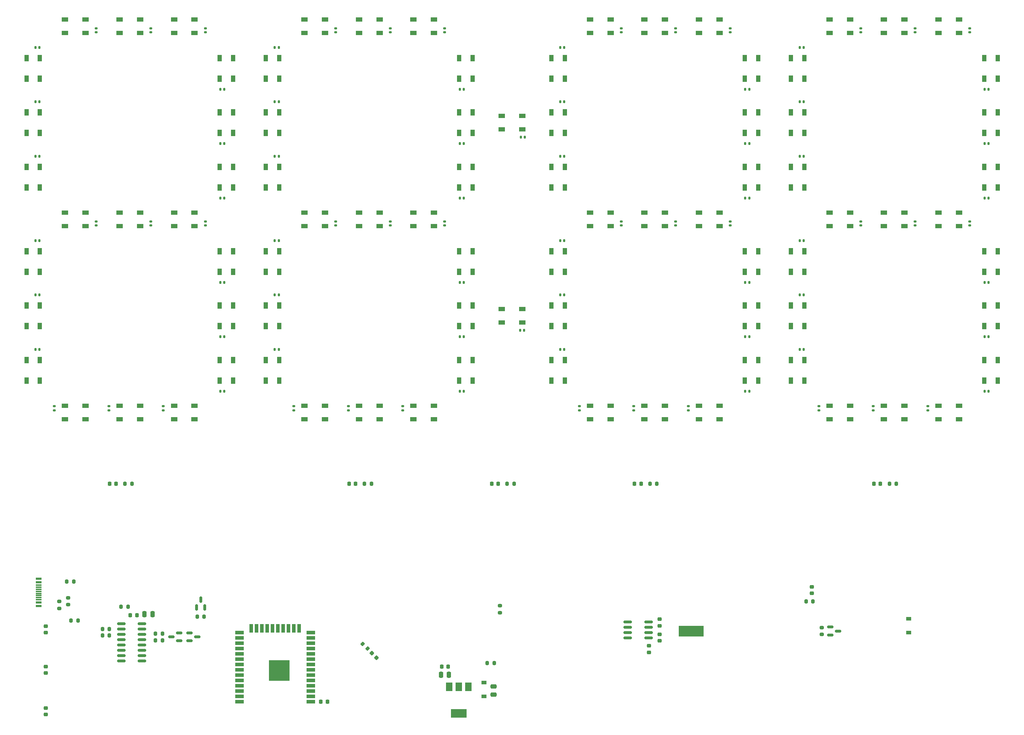
<source format=gbr>
%TF.GenerationSoftware,KiCad,Pcbnew,(6.0.1)*%
%TF.CreationDate,2022-01-22T16:00:37+01:00*%
%TF.ProjectId,Final H00 panelicad_pcb,46696e61-6c20-4483-9030-2070616e656c,rev?*%
%TF.SameCoordinates,Original*%
%TF.FileFunction,Paste,Top*%
%TF.FilePolarity,Positive*%
%FSLAX46Y46*%
G04 Gerber Fmt 4.6, Leading zero omitted, Abs format (unit mm)*
G04 Created by KiCad (PCBNEW (6.0.1)) date 2022-01-22 16:00:37*
%MOMM*%
%LPD*%
G01*
G04 APERTURE LIST*
G04 Aperture macros list*
%AMRoundRect*
0 Rectangle with rounded corners*
0 $1 Rounding radius*
0 $2 $3 $4 $5 $6 $7 $8 $9 X,Y pos of 4 corners*
0 Add a 4 corners polygon primitive as box body*
4,1,4,$2,$3,$4,$5,$6,$7,$8,$9,$2,$3,0*
0 Add four circle primitives for the rounded corners*
1,1,$1+$1,$2,$3*
1,1,$1+$1,$4,$5*
1,1,$1+$1,$6,$7*
1,1,$1+$1,$8,$9*
0 Add four rect primitives between the rounded corners*
20,1,$1+$1,$2,$3,$4,$5,0*
20,1,$1+$1,$4,$5,$6,$7,0*
20,1,$1+$1,$6,$7,$8,$9,0*
20,1,$1+$1,$8,$9,$2,$3,0*%
G04 Aperture macros list end*
%ADD10RoundRect,0.140000X-0.140000X-0.170000X0.140000X-0.170000X0.140000X0.170000X-0.140000X0.170000X0*%
%ADD11RoundRect,0.140000X-0.170000X0.140000X-0.170000X-0.140000X0.170000X-0.140000X0.170000X0.140000X0*%
%ADD12R,1.500000X1.000000*%
%ADD13RoundRect,0.140000X0.140000X0.170000X-0.140000X0.170000X-0.140000X-0.170000X0.140000X-0.170000X0*%
%ADD14RoundRect,0.140000X0.170000X-0.140000X0.170000X0.140000X-0.170000X0.140000X-0.170000X-0.140000X0*%
%ADD15RoundRect,0.225000X0.225000X0.250000X-0.225000X0.250000X-0.225000X-0.250000X0.225000X-0.250000X0*%
%ADD16RoundRect,0.150000X-0.587500X-0.150000X0.587500X-0.150000X0.587500X0.150000X-0.587500X0.150000X0*%
%ADD17R,1.500000X2.000000*%
%ADD18R,3.800000X2.000000*%
%ADD19R,1.000000X1.500000*%
%ADD20RoundRect,0.200000X-0.275000X0.200000X-0.275000X-0.200000X0.275000X-0.200000X0.275000X0.200000X0*%
%ADD21RoundRect,0.200000X-0.200000X-0.275000X0.200000X-0.275000X0.200000X0.275000X-0.200000X0.275000X0*%
%ADD22R,1.450000X0.600000*%
%ADD23R,1.450000X0.300000*%
%ADD24RoundRect,0.225000X0.250000X-0.225000X0.250000X0.225000X-0.250000X0.225000X-0.250000X-0.225000X0*%
%ADD25RoundRect,0.200000X0.200000X0.275000X-0.200000X0.275000X-0.200000X-0.275000X0.200000X-0.275000X0*%
%ADD26RoundRect,0.150000X-0.825000X-0.150000X0.825000X-0.150000X0.825000X0.150000X-0.825000X0.150000X0*%
%ADD27R,1.200000X0.900000*%
%ADD28R,6.000000X2.500000*%
%ADD29RoundRect,0.250000X0.250000X0.475000X-0.250000X0.475000X-0.250000X-0.475000X0.250000X-0.475000X0*%
%ADD30RoundRect,0.150000X0.150000X-0.587500X0.150000X0.587500X-0.150000X0.587500X-0.150000X-0.587500X0*%
%ADD31RoundRect,0.200000X-0.335876X-0.053033X-0.053033X-0.335876X0.335876X0.053033X0.053033X0.335876X0*%
%ADD32RoundRect,0.200000X0.275000X-0.200000X0.275000X0.200000X-0.275000X0.200000X-0.275000X-0.200000X0*%
%ADD33RoundRect,0.225000X0.335876X0.017678X0.017678X0.335876X-0.335876X-0.017678X-0.017678X-0.335876X0*%
%ADD34RoundRect,0.225000X-0.250000X0.225000X-0.250000X-0.225000X0.250000X-0.225000X0.250000X0.225000X0*%
%ADD35RoundRect,0.150000X0.825000X0.150000X-0.825000X0.150000X-0.825000X-0.150000X0.825000X-0.150000X0*%
%ADD36RoundRect,0.250000X0.475000X-0.250000X0.475000X0.250000X-0.475000X0.250000X-0.475000X-0.250000X0*%
%ADD37RoundRect,0.150000X0.587500X0.150000X-0.587500X0.150000X-0.587500X-0.150000X0.587500X-0.150000X0*%
%ADD38R,2.000000X0.900000*%
%ADD39R,0.900000X2.000000*%
%ADD40R,5.000000X5.000000*%
%ADD41RoundRect,0.250000X-0.250000X-0.475000X0.250000X-0.475000X0.250000X0.475000X-0.250000X0.475000X0*%
G04 APERTURE END LIST*
D10*
%TO.C,C4*%
X232535455Y114697158D03*
X233495455Y114697158D03*
%TD*%
D11*
%TO.C,C10*%
X218949770Y38980101D03*
X218949770Y38020101D03*
%TD*%
D12*
%TO.C,D1*%
X122205686Y58965786D03*
X122205686Y62165786D03*
X117305686Y62165786D03*
X117305686Y58965786D03*
%TD*%
%TO.C,D1*%
X75140085Y128162843D03*
X75140085Y131362843D03*
X70240085Y131362843D03*
X70240085Y128162843D03*
%TD*%
D10*
%TO.C,C7*%
X50144370Y68565787D03*
X51104370Y68565787D03*
%TD*%
D13*
%TO.C,C15*%
X64104400Y78565786D03*
X63144400Y78565786D03*
%TD*%
D14*
%TO.C,C2*%
X215949770Y128282843D03*
X215949770Y129242843D03*
%TD*%
D15*
%TO.C,C22*%
X150538370Y20431472D03*
X148988370Y20431472D03*
%TD*%
D12*
%TO.C,D21*%
X101140085Y82031472D03*
X101140085Y85231472D03*
X96240085Y85231472D03*
X96240085Y82031472D03*
%TD*%
D15*
%TO.C,C22*%
X116475686Y20431472D03*
X114925686Y20431472D03*
%TD*%
D16*
%TO.C,Q3*%
X42750500Y-15179000D03*
X42750500Y-17079000D03*
X44625500Y-16129000D03*
%TD*%
D10*
%TO.C,C9*%
X107275770Y42565787D03*
X108235770Y42565787D03*
%TD*%
D17*
%TO.C,U4*%
X109361000Y-28092000D03*
D18*
X107061000Y-34392000D03*
D17*
X107061000Y-28092000D03*
X104761000Y-28092000D03*
%TD*%
D12*
%TO.C,D20*%
X213399770Y82031472D03*
X213399770Y85231472D03*
X208499770Y85231472D03*
X208499770Y82031472D03*
%TD*%
%TO.C,D19*%
X18008685Y82031472D03*
X18008685Y85231472D03*
X13108685Y85231472D03*
X13108685Y82031472D03*
%TD*%
D14*
%TO.C,C3*%
X103690085Y128282843D03*
X103690085Y129242843D03*
%TD*%
D12*
%TO.C,D2*%
X156268370Y128162843D03*
X156268370Y131362843D03*
X151368370Y131362843D03*
X151368370Y128162843D03*
%TD*%
D13*
%TO.C,C15*%
X6973000Y78565786D03*
X6013000Y78565786D03*
%TD*%
%TO.C,C17*%
X189364085Y111697158D03*
X188404085Y111697158D03*
%TD*%
D10*
%TO.C,C9*%
X50144370Y42565787D03*
X51104370Y42565787D03*
%TD*%
D12*
%TO.C,D1*%
X200399770Y128162843D03*
X200399770Y131362843D03*
X195499770Y131362843D03*
X195499770Y128162843D03*
%TD*%
D19*
%TO.C,D5*%
X232415455Y104247158D03*
X235615455Y104247158D03*
X235615455Y109147158D03*
X232415455Y109147158D03*
%TD*%
D13*
%TO.C,C16*%
X64104400Y98697158D03*
X63144400Y98697158D03*
%TD*%
D12*
%TO.C,D12*%
X138368370Y39100101D03*
X138368370Y35900101D03*
X143268370Y35900101D03*
X143268370Y39100101D03*
%TD*%
D10*
%TO.C,C2*%
X121875686Y103231472D03*
X122835686Y103231472D03*
%TD*%
D11*
%TO.C,C11*%
X80690085Y38980101D03*
X80690085Y38020101D03*
%TD*%
D13*
%TO.C,C15*%
X189364085Y78565786D03*
X188404085Y78565786D03*
%TD*%
%TO.C,C14*%
X189364085Y65565786D03*
X188404085Y65565786D03*
%TD*%
D20*
%TO.C,R6*%
X13843000Y-6795000D03*
X13843000Y-8445000D03*
%TD*%
D13*
%TO.C,C13*%
X64104400Y52565786D03*
X63144400Y52565786D03*
%TD*%
D12*
%TO.C,D12*%
X70240085Y39100101D03*
X70240085Y35900101D03*
X75140085Y35900101D03*
X75140085Y39100101D03*
%TD*%
D11*
%TO.C,C12*%
X10558685Y38980101D03*
X10558685Y38020101D03*
%TD*%
D12*
%TO.C,D10*%
X221499770Y39100101D03*
X221499770Y35900101D03*
X226399770Y35900101D03*
X226399770Y39100101D03*
%TD*%
D19*
%TO.C,D16*%
X7093000Y96147158D03*
X3893000Y96147158D03*
X3893000Y91247158D03*
X7093000Y91247158D03*
%TD*%
D11*
%TO.C,C10*%
X93690085Y38980101D03*
X93690085Y38020101D03*
%TD*%
D14*
%TO.C,C21*%
X46558685Y82151472D03*
X46558685Y83111472D03*
%TD*%
D13*
%TO.C,C17*%
X132232685Y111697158D03*
X131272685Y111697158D03*
%TD*%
D14*
%TO.C,C19*%
X77690085Y82151472D03*
X77690085Y83111472D03*
%TD*%
D12*
%TO.C,D2*%
X31008685Y128162843D03*
X31008685Y131362843D03*
X26108685Y131362843D03*
X26108685Y128162843D03*
%TD*%
D19*
%TO.C,D18*%
X189484085Y122147158D03*
X186284085Y122147158D03*
X186284085Y117247158D03*
X189484085Y117247158D03*
%TD*%
D13*
%TO.C,C16*%
X132232685Y98697158D03*
X131272685Y98697158D03*
%TD*%
D21*
%TO.C,R1*%
X84535085Y20441472D03*
X86185085Y20441472D03*
%TD*%
D15*
%TO.C,C22*%
X207669770Y20431472D03*
X206119770Y20431472D03*
%TD*%
D21*
%TO.C,R1*%
X27403685Y20441472D03*
X29053685Y20441472D03*
%TD*%
D19*
%TO.C,D18*%
X64224400Y122147158D03*
X61024400Y122147158D03*
X61024400Y117247158D03*
X64224400Y117247158D03*
%TD*%
D12*
%TO.C,D3*%
X169268370Y128162843D03*
X169268370Y131362843D03*
X164368370Y131362843D03*
X164368370Y128162843D03*
%TD*%
%TO.C,D10*%
X39108685Y39100101D03*
X39108685Y35900101D03*
X44008685Y35900101D03*
X44008685Y39100101D03*
%TD*%
%TO.C,D12*%
X13108685Y39100101D03*
X13108685Y35900101D03*
X18008685Y35900101D03*
X18008685Y39100101D03*
%TD*%
D19*
%TO.C,D5*%
X175284055Y104247158D03*
X178484055Y104247158D03*
X178484055Y109147158D03*
X175284055Y109147158D03*
%TD*%
D13*
%TO.C,C17*%
X64104400Y111697158D03*
X63144400Y111697158D03*
%TD*%
D19*
%TO.C,D6*%
X107155770Y91247158D03*
X110355770Y91247158D03*
X110355770Y96147158D03*
X107155770Y96147158D03*
%TD*%
D20*
%TO.C,R1*%
X193675000Y-13907000D03*
X193675000Y-15557000D03*
%TD*%
D11*
%TO.C,C12*%
X67690085Y38980101D03*
X67690085Y38020101D03*
%TD*%
D20*
%TO.C,R13*%
X116840000Y-8700000D03*
X116840000Y-10350000D03*
%TD*%
D12*
%TO.C,D20*%
X31008685Y82031472D03*
X31008685Y85231472D03*
X26108685Y85231472D03*
X26108685Y82031472D03*
%TD*%
D22*
%TO.C,J7*%
X6785000Y-2250000D03*
X6785000Y-3050000D03*
D23*
X6785000Y-4250000D03*
X6785000Y-5250000D03*
X6785000Y-5750000D03*
X6785000Y-6750000D03*
D22*
X6785000Y-7950000D03*
X6785000Y-8750000D03*
X6785000Y-8750000D03*
X6785000Y-7950000D03*
D23*
X6785000Y-7250000D03*
X6785000Y-6250000D03*
X6785000Y-4750000D03*
X6785000Y-3750000D03*
D22*
X6785000Y-3050000D03*
X6785000Y-2250000D03*
%TD*%
D21*
%TO.C,R3*%
X189929000Y-7620000D03*
X191579000Y-7620000D03*
%TD*%
D19*
%TO.C,D17*%
X189484085Y109147158D03*
X186284085Y109147158D03*
X186284085Y104247158D03*
X189484085Y104247158D03*
%TD*%
%TO.C,D16*%
X64224400Y96147158D03*
X61024400Y96147158D03*
X61024400Y91247158D03*
X64224400Y91247158D03*
%TD*%
%TO.C,D9*%
X50024370Y45115787D03*
X53224370Y45115787D03*
X53224370Y50015787D03*
X50024370Y50015787D03*
%TD*%
D13*
%TO.C,C16*%
X6973000Y98697158D03*
X6013000Y98697158D03*
%TD*%
D14*
%TO.C,C19*%
X202949770Y82151472D03*
X202949770Y83111472D03*
%TD*%
D19*
%TO.C,D17*%
X64224400Y109147158D03*
X61024400Y109147158D03*
X61024400Y104247158D03*
X64224400Y104247158D03*
%TD*%
D13*
%TO.C,C18*%
X6973000Y124697158D03*
X6013000Y124697158D03*
%TD*%
D21*
%TO.C,R4*%
X13526000Y-2921000D03*
X15176000Y-2921000D03*
%TD*%
D24*
%TO.C,C4*%
X8509000Y-15126000D03*
X8509000Y-13576000D03*
%TD*%
D11*
%TO.C,C10*%
X161818370Y38980101D03*
X161818370Y38020101D03*
%TD*%
D12*
%TO.C,D1*%
X18008685Y128162843D03*
X18008685Y131362843D03*
X13108685Y131362843D03*
X13108685Y128162843D03*
%TD*%
D11*
%TO.C,C12*%
X192949770Y38980101D03*
X192949770Y38020101D03*
%TD*%
D14*
%TO.C,C2*%
X33558685Y128282843D03*
X33558685Y129242843D03*
%TD*%
%TO.C,C20*%
X33558685Y82151472D03*
X33558685Y83111472D03*
%TD*%
D10*
%TO.C,C1*%
X121675686Y57131472D03*
X122635686Y57131472D03*
%TD*%
D12*
%TO.C,D20*%
X88140085Y82031472D03*
X88140085Y85231472D03*
X83240085Y85231472D03*
X83240085Y82031472D03*
%TD*%
D19*
%TO.C,D13*%
X189484085Y50015786D03*
X186284085Y50015786D03*
X186284085Y45115786D03*
X189484085Y45115786D03*
%TD*%
D12*
%TO.C,D3*%
X226399770Y128162843D03*
X226399770Y131362843D03*
X221499770Y131362843D03*
X221499770Y128162843D03*
%TD*%
D24*
%TO.C,C5*%
X8509000Y-24778000D03*
X8509000Y-23228000D03*
%TD*%
%TO.C,C6*%
X8509000Y-34684000D03*
X8509000Y-33134000D03*
%TD*%
D19*
%TO.C,D17*%
X132352685Y109147158D03*
X129152685Y109147158D03*
X129152685Y104247158D03*
X132352685Y104247158D03*
%TD*%
D10*
%TO.C,C5*%
X175404055Y101697158D03*
X176364055Y101697158D03*
%TD*%
D13*
%TO.C,C13*%
X189364085Y52565786D03*
X188404085Y52565786D03*
%TD*%
D19*
%TO.C,D7*%
X175284055Y71115787D03*
X178484055Y71115787D03*
X178484055Y76015787D03*
X175284055Y76015787D03*
%TD*%
D12*
%TO.C,D11*%
X83240085Y39100101D03*
X83240085Y35900101D03*
X88140085Y35900101D03*
X88140085Y39100101D03*
%TD*%
D19*
%TO.C,D8*%
X175284055Y58115787D03*
X178484055Y58115787D03*
X178484055Y63015787D03*
X175284055Y63015787D03*
%TD*%
%TO.C,D4*%
X232415455Y117247158D03*
X235615455Y117247158D03*
X235615455Y122147158D03*
X232415455Y122147158D03*
%TD*%
D12*
%TO.C,D21*%
X226399770Y82031472D03*
X226399770Y85231472D03*
X221499770Y85231472D03*
X221499770Y82031472D03*
%TD*%
D10*
%TO.C,C7*%
X232535455Y68565787D03*
X233495455Y68565787D03*
%TD*%
D14*
%TO.C,C2*%
X158818370Y128282843D03*
X158818370Y129242843D03*
%TD*%
%TO.C,C3*%
X171818370Y128282843D03*
X171818370Y129242843D03*
%TD*%
D12*
%TO.C,D1*%
X143268370Y128162843D03*
X143268370Y131362843D03*
X138368370Y131362843D03*
X138368370Y128162843D03*
%TD*%
D13*
%TO.C,C13*%
X6973000Y52565786D03*
X6013000Y52565786D03*
%TD*%
D11*
%TO.C,C11*%
X23558685Y38980101D03*
X23558685Y38020101D03*
%TD*%
D19*
%TO.C,D14*%
X189484085Y63015786D03*
X186284085Y63015786D03*
X186284085Y58115786D03*
X189484085Y58115786D03*
%TD*%
%TO.C,D5*%
X50024370Y104247158D03*
X53224370Y104247158D03*
X53224370Y109147158D03*
X50024370Y109147158D03*
%TD*%
D14*
%TO.C,C19*%
X145818370Y82151472D03*
X145818370Y83111472D03*
%TD*%
D19*
%TO.C,D4*%
X107155770Y117247158D03*
X110355770Y117247158D03*
X110355770Y122147158D03*
X107155770Y122147158D03*
%TD*%
%TO.C,D6*%
X232415455Y91247158D03*
X235615455Y91247158D03*
X235615455Y96147158D03*
X232415455Y96147158D03*
%TD*%
D25*
%TO.C,R10*%
X36321000Y-16967000D03*
X34671000Y-16967000D03*
%TD*%
D19*
%TO.C,D14*%
X132352685Y63015786D03*
X129152685Y63015786D03*
X129152685Y58115786D03*
X132352685Y58115786D03*
%TD*%
D14*
%TO.C,C21*%
X228949770Y82151472D03*
X228949770Y83111472D03*
%TD*%
D19*
%TO.C,D9*%
X107155770Y45115787D03*
X110355770Y45115787D03*
X110355770Y50015787D03*
X107155770Y50015787D03*
%TD*%
D14*
%TO.C,C21*%
X103690085Y82151472D03*
X103690085Y83111472D03*
%TD*%
D21*
%TO.C,R1*%
X152663370Y20441472D03*
X154313370Y20441472D03*
%TD*%
D26*
%TO.C,U5*%
X26525000Y-12955000D03*
X26525000Y-14225000D03*
X26525000Y-15495000D03*
X26525000Y-16765000D03*
X26525000Y-18035000D03*
X26525000Y-19305000D03*
X26525000Y-20575000D03*
X26525000Y-21845000D03*
X31475000Y-21845000D03*
X31475000Y-20575000D03*
X31475000Y-19305000D03*
X31475000Y-18035000D03*
X31475000Y-16765000D03*
X31475000Y-15495000D03*
X31475000Y-14225000D03*
X31475000Y-12955000D03*
%TD*%
D13*
%TO.C,C14*%
X64104400Y65565786D03*
X63144400Y65565786D03*
%TD*%
D19*
%TO.C,D7*%
X50024370Y71115787D03*
X53224370Y71115787D03*
X53224370Y76015787D03*
X50024370Y76015787D03*
%TD*%
D21*
%TO.C,R9*%
X22035000Y-15748000D03*
X23685000Y-15748000D03*
%TD*%
D27*
%TO.C,D2*%
X113030000Y-30352000D03*
X113030000Y-27052000D03*
%TD*%
D28*
%TO.C,Y1*%
X162536000Y-14732000D03*
%TD*%
D21*
%TO.C,R15*%
X113856000Y-22352000D03*
X115506000Y-22352000D03*
%TD*%
D13*
%TO.C,C17*%
X6973000Y111697158D03*
X6013000Y111697158D03*
%TD*%
D19*
%TO.C,D18*%
X7093000Y122147158D03*
X3893000Y122147158D03*
X3893000Y117247158D03*
X7093000Y117247158D03*
%TD*%
D10*
%TO.C,C4*%
X107275770Y114697158D03*
X108235770Y114697158D03*
%TD*%
%TO.C,C8*%
X232535455Y55565787D03*
X233495455Y55565787D03*
%TD*%
D29*
%TO.C,C14*%
X104709000Y-25146000D03*
X102809000Y-25146000D03*
%TD*%
D19*
%TO.C,D4*%
X50024370Y117247158D03*
X53224370Y117247158D03*
X53224370Y122147158D03*
X50024370Y122147158D03*
%TD*%
D12*
%TO.C,D20*%
X156268370Y82031472D03*
X156268370Y85231472D03*
X151368370Y85231472D03*
X151368370Y82031472D03*
%TD*%
D10*
%TO.C,C4*%
X50144370Y114697158D03*
X51104370Y114697158D03*
%TD*%
D21*
%TO.C,R5*%
X14542000Y-12192000D03*
X16192000Y-12192000D03*
%TD*%
D13*
%TO.C,C18*%
X64104400Y124697158D03*
X63144400Y124697158D03*
%TD*%
D15*
%TO.C,C12*%
X104534000Y-23241000D03*
X102984000Y-23241000D03*
%TD*%
D14*
%TO.C,C1*%
X77690085Y128282843D03*
X77690085Y129242843D03*
%TD*%
D13*
%TO.C,C18*%
X132232685Y124697158D03*
X131272685Y124697158D03*
%TD*%
D10*
%TO.C,C9*%
X175404055Y42565787D03*
X176364055Y42565787D03*
%TD*%
D14*
%TO.C,C20*%
X158818370Y82151472D03*
X158818370Y83111472D03*
%TD*%
D12*
%TO.C,D3*%
X44008685Y128162843D03*
X44008685Y131362843D03*
X39108685Y131362843D03*
X39108685Y128162843D03*
%TD*%
D19*
%TO.C,D7*%
X107155770Y71115787D03*
X110355770Y71115787D03*
X110355770Y76015787D03*
X107155770Y76015787D03*
%TD*%
%TO.C,D6*%
X50024370Y91247158D03*
X53224370Y91247158D03*
X53224370Y96147158D03*
X50024370Y96147158D03*
%TD*%
%TO.C,D8*%
X50024370Y58115787D03*
X53224370Y58115787D03*
X53224370Y63015787D03*
X50024370Y63015787D03*
%TD*%
D30*
%TO.C,Q4*%
X44516000Y-9065500D03*
X46416000Y-9065500D03*
X45466000Y-7190500D03*
%TD*%
D10*
%TO.C,C9*%
X232535455Y42565787D03*
X233495455Y42565787D03*
%TD*%
D31*
%TO.C,R2*%
X84124800Y-17780000D03*
X85291526Y-18946726D03*
%TD*%
D12*
%TO.C,D12*%
X195499770Y39100101D03*
X195499770Y35900101D03*
X200399770Y35900101D03*
X200399770Y39100101D03*
%TD*%
D10*
%TO.C,C5*%
X50144370Y101697158D03*
X51104370Y101697158D03*
%TD*%
D19*
%TO.C,D4*%
X175284055Y117247158D03*
X178484055Y117247158D03*
X178484055Y122147158D03*
X175284055Y122147158D03*
%TD*%
D14*
%TO.C,C3*%
X228949770Y128282843D03*
X228949770Y129242843D03*
%TD*%
D10*
%TO.C,C6*%
X232535455Y88697158D03*
X233495455Y88697158D03*
%TD*%
D12*
%TO.C,D19*%
X200399770Y82031472D03*
X200399770Y85231472D03*
X195499770Y85231472D03*
X195499770Y82031472D03*
%TD*%
D13*
%TO.C,C16*%
X189364085Y98697158D03*
X188404085Y98697158D03*
%TD*%
D10*
%TO.C,C8*%
X175404055Y55565787D03*
X176364055Y55565787D03*
%TD*%
D12*
%TO.C,D3*%
X101140085Y128162843D03*
X101140085Y131362843D03*
X96240085Y131362843D03*
X96240085Y128162843D03*
%TD*%
D19*
%TO.C,D9*%
X232415455Y45115787D03*
X235615455Y45115787D03*
X235615455Y50015787D03*
X232415455Y50015787D03*
%TD*%
%TO.C,D16*%
X189484085Y96147158D03*
X186284085Y96147158D03*
X186284085Y91247158D03*
X189484085Y91247158D03*
%TD*%
D32*
%TO.C,R7*%
X11684000Y-9334000D03*
X11684000Y-7684000D03*
%TD*%
D12*
%TO.C,D21*%
X169268370Y82031472D03*
X169268370Y85231472D03*
X164368370Y85231472D03*
X164368370Y82031472D03*
%TD*%
D14*
%TO.C,C1*%
X20558685Y128282843D03*
X20558685Y129242843D03*
%TD*%
D11*
%TO.C,C10*%
X36558685Y38980101D03*
X36558685Y38020101D03*
%TD*%
D33*
%TO.C,C3*%
X87416008Y-21122008D03*
X86319992Y-20025992D03*
%TD*%
D19*
%TO.C,D7*%
X232415455Y71115787D03*
X235615455Y71115787D03*
X235615455Y76015787D03*
X232415455Y76015787D03*
%TD*%
%TO.C,D14*%
X64224400Y63015786D03*
X61024400Y63015786D03*
X61024400Y58115786D03*
X64224400Y58115786D03*
%TD*%
D12*
%TO.C,D11*%
X151368370Y39100101D03*
X151368370Y35900101D03*
X156268370Y35900101D03*
X156268370Y39100101D03*
%TD*%
D10*
%TO.C,C5*%
X232535455Y101697158D03*
X233495455Y101697158D03*
%TD*%
D14*
%TO.C,C1*%
X145818370Y128282843D03*
X145818370Y129242843D03*
%TD*%
D11*
%TO.C,C11*%
X148818370Y38980101D03*
X148818370Y38020101D03*
%TD*%
D19*
%TO.C,D13*%
X64224400Y50015786D03*
X61024400Y50015786D03*
X61024400Y45115786D03*
X64224400Y45115786D03*
%TD*%
D34*
%TO.C,C8*%
X154940000Y-15494000D03*
X154940000Y-17044000D03*
%TD*%
D21*
%TO.C,R1*%
X209794770Y20441472D03*
X211444770Y20441472D03*
%TD*%
D12*
%TO.C,D10*%
X96240085Y39100101D03*
X96240085Y35900101D03*
X101140085Y35900101D03*
X101140085Y39100101D03*
%TD*%
D10*
%TO.C,C7*%
X107275770Y68565787D03*
X108235770Y68565787D03*
%TD*%
D14*
%TO.C,C1*%
X202949770Y128282843D03*
X202949770Y129242843D03*
%TD*%
D12*
%TO.C,D19*%
X143268370Y82031472D03*
X143268370Y85231472D03*
X138368370Y85231472D03*
X138368370Y82031472D03*
%TD*%
D19*
%TO.C,D15*%
X64224400Y76015786D03*
X61024400Y76015786D03*
X61024400Y71115786D03*
X64224400Y71115786D03*
%TD*%
%TO.C,D8*%
X107155770Y58115787D03*
X110355770Y58115787D03*
X110355770Y63015787D03*
X107155770Y63015787D03*
%TD*%
%TO.C,D17*%
X7093000Y109147158D03*
X3893000Y109147158D03*
X3893000Y104247158D03*
X7093000Y104247158D03*
%TD*%
%TO.C,D8*%
X232415455Y58115787D03*
X235615455Y58115787D03*
X235615455Y63015787D03*
X232415455Y63015787D03*
%TD*%
D14*
%TO.C,C20*%
X215949770Y82151472D03*
X215949770Y83111472D03*
%TD*%
D10*
%TO.C,C4*%
X175404055Y114697158D03*
X176364055Y114697158D03*
%TD*%
D13*
%TO.C,C15*%
X132232685Y78565786D03*
X131272685Y78565786D03*
%TD*%
%TO.C,C13*%
X132232685Y52565786D03*
X131272685Y52565786D03*
%TD*%
D19*
%TO.C,D16*%
X132352685Y96147158D03*
X129152685Y96147158D03*
X129152685Y91247158D03*
X132352685Y91247158D03*
%TD*%
D25*
%TO.C,R11*%
X36321000Y-15367000D03*
X34671000Y-15367000D03*
%TD*%
D14*
%TO.C,C3*%
X46558685Y128282843D03*
X46558685Y129242843D03*
%TD*%
D12*
%TO.C,D2*%
X88140085Y128162843D03*
X88140085Y131362843D03*
X83240085Y131362843D03*
X83240085Y128162843D03*
%TD*%
D13*
%TO.C,C14*%
X6973000Y65565786D03*
X6013000Y65565786D03*
%TD*%
D10*
%TO.C,C7*%
X175404055Y68565787D03*
X176364055Y68565787D03*
%TD*%
D12*
%TO.C,D2*%
X122205686Y105097158D03*
X122205686Y108297158D03*
X117305686Y108297158D03*
X117305686Y105097158D03*
%TD*%
D19*
%TO.C,D9*%
X175284055Y45115787D03*
X178484055Y45115787D03*
X178484055Y50015787D03*
X175284055Y50015787D03*
%TD*%
D35*
%TO.C,U3*%
X152335000Y-16383000D03*
X152335000Y-15113000D03*
X152335000Y-13843000D03*
X152335000Y-12573000D03*
X147385000Y-12573000D03*
X147385000Y-13843000D03*
X147385000Y-15113000D03*
X147385000Y-16383000D03*
%TD*%
D12*
%TO.C,D19*%
X75140085Y82031472D03*
X75140085Y85231472D03*
X70240085Y85231472D03*
X70240085Y82031472D03*
%TD*%
D21*
%TO.C,R17*%
X26480000Y-8890000D03*
X28130000Y-8890000D03*
%TD*%
D10*
%TO.C,C5*%
X107275770Y101697158D03*
X108235770Y101697158D03*
%TD*%
D36*
%TO.C,C2*%
X115316000Y-29906000D03*
X115316000Y-28006000D03*
%TD*%
D12*
%TO.C,D11*%
X26108685Y39100101D03*
X26108685Y35900101D03*
X31008685Y35900101D03*
X31008685Y39100101D03*
%TD*%
D24*
%TO.C,C7*%
X191262000Y-5728000D03*
X191262000Y-4178000D03*
%TD*%
D13*
%TO.C,C14*%
X132232685Y65565786D03*
X131272685Y65565786D03*
%TD*%
D21*
%TO.C,R8*%
X22035000Y-14224000D03*
X23685000Y-14224000D03*
%TD*%
D13*
%TO.C,C18*%
X189364085Y124697158D03*
X188404085Y124697158D03*
%TD*%
D11*
%TO.C,C12*%
X135818370Y38980101D03*
X135818370Y38020101D03*
%TD*%
D14*
%TO.C,C21*%
X171818370Y82151472D03*
X171818370Y83111472D03*
%TD*%
D15*
%TO.C,C1*%
X75705000Y-31623000D03*
X74155000Y-31623000D03*
%TD*%
D14*
%TO.C,C20*%
X90690085Y82151472D03*
X90690085Y83111472D03*
%TD*%
D10*
%TO.C,C6*%
X50144370Y88697158D03*
X51104370Y88697158D03*
%TD*%
D15*
%TO.C,C22*%
X82410085Y20431472D03*
X80860085Y20431472D03*
%TD*%
D12*
%TO.C,D11*%
X208499770Y39100101D03*
X208499770Y35900101D03*
X213399770Y35900101D03*
X213399770Y39100101D03*
%TD*%
D19*
%TO.C,D15*%
X189484085Y76015786D03*
X186284085Y76015786D03*
X186284085Y71115786D03*
X189484085Y71115786D03*
%TD*%
D21*
%TO.C,R1*%
X118600686Y20441472D03*
X120250686Y20441472D03*
%TD*%
D10*
%TO.C,C8*%
X107275770Y55565787D03*
X108235770Y55565787D03*
%TD*%
D19*
%TO.C,D5*%
X107155770Y104247158D03*
X110355770Y104247158D03*
X110355770Y109147158D03*
X107155770Y109147158D03*
%TD*%
D10*
%TO.C,C6*%
X175404055Y88697158D03*
X176364055Y88697158D03*
%TD*%
D14*
%TO.C,C2*%
X90690085Y128282843D03*
X90690085Y129242843D03*
%TD*%
D19*
%TO.C,D6*%
X175284055Y91247158D03*
X178484055Y91247158D03*
X178484055Y96147158D03*
X175284055Y96147158D03*
%TD*%
%TO.C,D18*%
X132352685Y122147158D03*
X129152685Y122147158D03*
X129152685Y117247158D03*
X132352685Y117247158D03*
%TD*%
D21*
%TO.C,R16*%
X44641000Y-11303000D03*
X46291000Y-11303000D03*
%TD*%
D10*
%TO.C,C8*%
X50144370Y55565787D03*
X51104370Y55565787D03*
%TD*%
D15*
%TO.C,C22*%
X25278685Y20431472D03*
X23728685Y20431472D03*
%TD*%
D16*
%TO.C,Q1*%
X195658500Y-13782000D03*
X195658500Y-15682000D03*
X197533500Y-14732000D03*
%TD*%
D37*
%TO.C,Q2*%
X40307500Y-17079000D03*
X40307500Y-15179000D03*
X38432500Y-16129000D03*
%TD*%
D15*
%TO.C,C16*%
X30239000Y-10922000D03*
X28689000Y-10922000D03*
%TD*%
D34*
%TO.C,C18*%
X152400000Y-18275000D03*
X152400000Y-19825000D03*
%TD*%
D11*
%TO.C,C11*%
X205949770Y38980101D03*
X205949770Y38020101D03*
%TD*%
D19*
%TO.C,D15*%
X7093000Y76015786D03*
X3893000Y76015786D03*
X3893000Y71115786D03*
X7093000Y71115786D03*
%TD*%
D38*
%TO.C,U1*%
X71746000Y-31623000D03*
X71746000Y-30353000D03*
X71746000Y-29083000D03*
X71746000Y-27813000D03*
X71746000Y-26543000D03*
X71746000Y-25273000D03*
X71746000Y-24003000D03*
X71746000Y-22733000D03*
X71746000Y-21463000D03*
X71746000Y-20193000D03*
X71746000Y-18923000D03*
X71746000Y-17653000D03*
X71746000Y-16383000D03*
X71746000Y-15113000D03*
D39*
X68961000Y-14113000D03*
X67691000Y-14113000D03*
X66421000Y-14113000D03*
X65151000Y-14113000D03*
X63881000Y-14113000D03*
X62611000Y-14113000D03*
X61341000Y-14113000D03*
X60071000Y-14113000D03*
X58801000Y-14113000D03*
X57531000Y-14113000D03*
D38*
X54746000Y-15113000D03*
X54746000Y-16383000D03*
X54746000Y-17653000D03*
X54746000Y-18923000D03*
X54746000Y-20193000D03*
X54746000Y-21463000D03*
X54746000Y-22733000D03*
X54746000Y-24003000D03*
X54746000Y-25273000D03*
X54746000Y-26543000D03*
X54746000Y-27813000D03*
X54746000Y-29083000D03*
X54746000Y-30353000D03*
X54746000Y-31623000D03*
D40*
X64246000Y-24123000D03*
%TD*%
D19*
%TO.C,D13*%
X132352685Y50015786D03*
X129152685Y50015786D03*
X129152685Y45115786D03*
X132352685Y45115786D03*
%TD*%
D24*
%TO.C,C9*%
X154940000Y-13475000D03*
X154940000Y-11925000D03*
%TD*%
D19*
%TO.C,D14*%
X7093000Y63015786D03*
X3893000Y63015786D03*
X3893000Y58115786D03*
X7093000Y58115786D03*
%TD*%
D41*
%TO.C,C13*%
X32070000Y-10668000D03*
X33970000Y-10668000D03*
%TD*%
D14*
%TO.C,C19*%
X20558685Y82151472D03*
X20558685Y83111472D03*
%TD*%
D19*
%TO.C,D13*%
X7093000Y50015786D03*
X3893000Y50015786D03*
X3893000Y45115786D03*
X7093000Y45115786D03*
%TD*%
%TO.C,D15*%
X132352685Y76015786D03*
X129152685Y76015786D03*
X129152685Y71115786D03*
X132352685Y71115786D03*
%TD*%
D10*
%TO.C,C6*%
X107275770Y88697158D03*
X108235770Y88697158D03*
%TD*%
D27*
%TO.C,D1*%
X214376000Y-11812000D03*
X214376000Y-15112000D03*
%TD*%
D12*
%TO.C,D2*%
X213399770Y128162843D03*
X213399770Y131362843D03*
X208499770Y131362843D03*
X208499770Y128162843D03*
%TD*%
%TO.C,D21*%
X44008685Y82031472D03*
X44008685Y85231472D03*
X39108685Y85231472D03*
X39108685Y82031472D03*
%TD*%
%TO.C,D10*%
X164368370Y39100101D03*
X164368370Y35900101D03*
X169268370Y35900101D03*
X169268370Y39100101D03*
%TD*%
M02*

</source>
